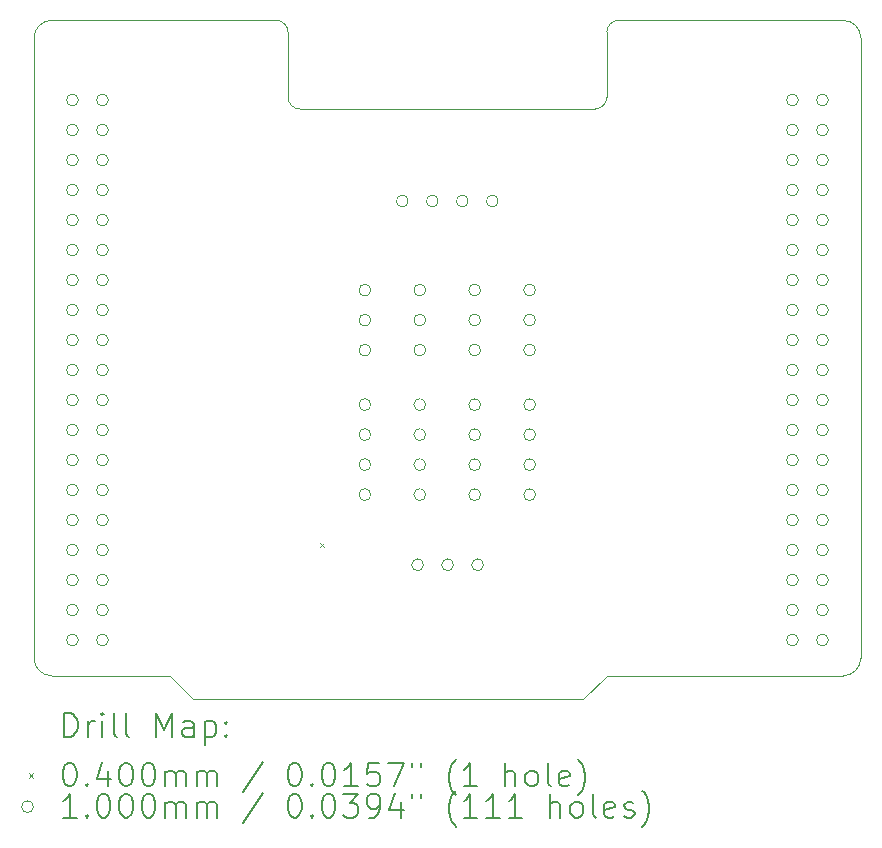
<source format=gbr>
%TF.GenerationSoftware,KiCad,Pcbnew,7.0.11+1*%
%TF.CreationDate,2024-05-20T11:12:56+02:00*%
%TF.ProjectId,pcb_shield,7063625f-7368-4696-956c-642e6b696361,rev?*%
%TF.SameCoordinates,Original*%
%TF.FileFunction,Drillmap*%
%TF.FilePolarity,Positive*%
%FSLAX45Y45*%
G04 Gerber Fmt 4.5, Leading zero omitted, Abs format (unit mm)*
G04 Created by KiCad (PCBNEW 7.0.11+1) date 2024-05-20 11:12:56*
%MOMM*%
%LPD*%
G01*
G04 APERTURE LIST*
%ADD10C,0.100000*%
%ADD11C,0.200000*%
G04 APERTURE END LIST*
D10*
X15100000Y-5550000D02*
X17000000Y-5550000D01*
X14800000Y-11300000D02*
X15000000Y-11100000D01*
X10300000Y-5550000D02*
G75*
G03*
X10150000Y-5700000I0J-150000D01*
G01*
X15000000Y-6200000D02*
X15000000Y-5650000D01*
X12300000Y-5650000D02*
G75*
G03*
X12200000Y-5550000I-100000J0D01*
G01*
X10150000Y-10950000D02*
G75*
G03*
X10300000Y-11100000I150000J0D01*
G01*
X15100000Y-5550000D02*
G75*
G03*
X15000000Y-5650000I0J-100000D01*
G01*
X17000000Y-11100000D02*
G75*
G03*
X17150000Y-10950000I0J150000D01*
G01*
X12300000Y-5650000D02*
X12300000Y-6200000D01*
X14900000Y-6300000D02*
G75*
G03*
X15000000Y-6200000I0J100000D01*
G01*
X17150000Y-5700000D02*
X17150000Y-10950000D01*
X11500000Y-11300000D02*
X14800000Y-11300000D01*
X17150000Y-5700000D02*
G75*
G03*
X17000000Y-5550000I-150000J0D01*
G01*
X11300000Y-11100000D02*
X11500000Y-11300000D01*
X12300000Y-6200000D02*
G75*
G03*
X12400000Y-6300000I100000J0D01*
G01*
X10300000Y-5550000D02*
X12200000Y-5550000D01*
X10150000Y-5700000D02*
X10150000Y-10950000D01*
X12400000Y-6300000D02*
X14900000Y-6300000D01*
X10300000Y-11100000D02*
X11300000Y-11100000D01*
X15000000Y-11100000D02*
X17000000Y-11100000D01*
D11*
D10*
X12568250Y-9973120D02*
X12608250Y-10013120D01*
X12608250Y-9973120D02*
X12568250Y-10013120D01*
X10525000Y-6224000D02*
G75*
G03*
X10425000Y-6224000I-50000J0D01*
G01*
X10425000Y-6224000D02*
G75*
G03*
X10525000Y-6224000I50000J0D01*
G01*
X10525000Y-6478000D02*
G75*
G03*
X10425000Y-6478000I-50000J0D01*
G01*
X10425000Y-6478000D02*
G75*
G03*
X10525000Y-6478000I50000J0D01*
G01*
X10525000Y-6732000D02*
G75*
G03*
X10425000Y-6732000I-50000J0D01*
G01*
X10425000Y-6732000D02*
G75*
G03*
X10525000Y-6732000I50000J0D01*
G01*
X10525000Y-6986000D02*
G75*
G03*
X10425000Y-6986000I-50000J0D01*
G01*
X10425000Y-6986000D02*
G75*
G03*
X10525000Y-6986000I50000J0D01*
G01*
X10525000Y-7240000D02*
G75*
G03*
X10425000Y-7240000I-50000J0D01*
G01*
X10425000Y-7240000D02*
G75*
G03*
X10525000Y-7240000I50000J0D01*
G01*
X10525000Y-7494000D02*
G75*
G03*
X10425000Y-7494000I-50000J0D01*
G01*
X10425000Y-7494000D02*
G75*
G03*
X10525000Y-7494000I50000J0D01*
G01*
X10525000Y-7748000D02*
G75*
G03*
X10425000Y-7748000I-50000J0D01*
G01*
X10425000Y-7748000D02*
G75*
G03*
X10525000Y-7748000I50000J0D01*
G01*
X10525000Y-8002000D02*
G75*
G03*
X10425000Y-8002000I-50000J0D01*
G01*
X10425000Y-8002000D02*
G75*
G03*
X10525000Y-8002000I50000J0D01*
G01*
X10525000Y-8256000D02*
G75*
G03*
X10425000Y-8256000I-50000J0D01*
G01*
X10425000Y-8256000D02*
G75*
G03*
X10525000Y-8256000I50000J0D01*
G01*
X10525000Y-8510000D02*
G75*
G03*
X10425000Y-8510000I-50000J0D01*
G01*
X10425000Y-8510000D02*
G75*
G03*
X10525000Y-8510000I50000J0D01*
G01*
X10525000Y-8764000D02*
G75*
G03*
X10425000Y-8764000I-50000J0D01*
G01*
X10425000Y-8764000D02*
G75*
G03*
X10525000Y-8764000I50000J0D01*
G01*
X10525000Y-9018000D02*
G75*
G03*
X10425000Y-9018000I-50000J0D01*
G01*
X10425000Y-9018000D02*
G75*
G03*
X10525000Y-9018000I50000J0D01*
G01*
X10525000Y-9272000D02*
G75*
G03*
X10425000Y-9272000I-50000J0D01*
G01*
X10425000Y-9272000D02*
G75*
G03*
X10525000Y-9272000I50000J0D01*
G01*
X10525000Y-9526000D02*
G75*
G03*
X10425000Y-9526000I-50000J0D01*
G01*
X10425000Y-9526000D02*
G75*
G03*
X10525000Y-9526000I50000J0D01*
G01*
X10525000Y-9780000D02*
G75*
G03*
X10425000Y-9780000I-50000J0D01*
G01*
X10425000Y-9780000D02*
G75*
G03*
X10525000Y-9780000I50000J0D01*
G01*
X10525000Y-10034000D02*
G75*
G03*
X10425000Y-10034000I-50000J0D01*
G01*
X10425000Y-10034000D02*
G75*
G03*
X10525000Y-10034000I50000J0D01*
G01*
X10525000Y-10288000D02*
G75*
G03*
X10425000Y-10288000I-50000J0D01*
G01*
X10425000Y-10288000D02*
G75*
G03*
X10525000Y-10288000I50000J0D01*
G01*
X10525000Y-10542000D02*
G75*
G03*
X10425000Y-10542000I-50000J0D01*
G01*
X10425000Y-10542000D02*
G75*
G03*
X10525000Y-10542000I50000J0D01*
G01*
X10525000Y-10796000D02*
G75*
G03*
X10425000Y-10796000I-50000J0D01*
G01*
X10425000Y-10796000D02*
G75*
G03*
X10525000Y-10796000I50000J0D01*
G01*
X10779000Y-6224000D02*
G75*
G03*
X10679000Y-6224000I-50000J0D01*
G01*
X10679000Y-6224000D02*
G75*
G03*
X10779000Y-6224000I50000J0D01*
G01*
X10779000Y-6478000D02*
G75*
G03*
X10679000Y-6478000I-50000J0D01*
G01*
X10679000Y-6478000D02*
G75*
G03*
X10779000Y-6478000I50000J0D01*
G01*
X10779000Y-6732000D02*
G75*
G03*
X10679000Y-6732000I-50000J0D01*
G01*
X10679000Y-6732000D02*
G75*
G03*
X10779000Y-6732000I50000J0D01*
G01*
X10779000Y-6986000D02*
G75*
G03*
X10679000Y-6986000I-50000J0D01*
G01*
X10679000Y-6986000D02*
G75*
G03*
X10779000Y-6986000I50000J0D01*
G01*
X10779000Y-7240000D02*
G75*
G03*
X10679000Y-7240000I-50000J0D01*
G01*
X10679000Y-7240000D02*
G75*
G03*
X10779000Y-7240000I50000J0D01*
G01*
X10779000Y-7494000D02*
G75*
G03*
X10679000Y-7494000I-50000J0D01*
G01*
X10679000Y-7494000D02*
G75*
G03*
X10779000Y-7494000I50000J0D01*
G01*
X10779000Y-7748000D02*
G75*
G03*
X10679000Y-7748000I-50000J0D01*
G01*
X10679000Y-7748000D02*
G75*
G03*
X10779000Y-7748000I50000J0D01*
G01*
X10779000Y-8002000D02*
G75*
G03*
X10679000Y-8002000I-50000J0D01*
G01*
X10679000Y-8002000D02*
G75*
G03*
X10779000Y-8002000I50000J0D01*
G01*
X10779000Y-8256000D02*
G75*
G03*
X10679000Y-8256000I-50000J0D01*
G01*
X10679000Y-8256000D02*
G75*
G03*
X10779000Y-8256000I50000J0D01*
G01*
X10779000Y-8510000D02*
G75*
G03*
X10679000Y-8510000I-50000J0D01*
G01*
X10679000Y-8510000D02*
G75*
G03*
X10779000Y-8510000I50000J0D01*
G01*
X10779000Y-8764000D02*
G75*
G03*
X10679000Y-8764000I-50000J0D01*
G01*
X10679000Y-8764000D02*
G75*
G03*
X10779000Y-8764000I50000J0D01*
G01*
X10779000Y-9018000D02*
G75*
G03*
X10679000Y-9018000I-50000J0D01*
G01*
X10679000Y-9018000D02*
G75*
G03*
X10779000Y-9018000I50000J0D01*
G01*
X10779000Y-9272000D02*
G75*
G03*
X10679000Y-9272000I-50000J0D01*
G01*
X10679000Y-9272000D02*
G75*
G03*
X10779000Y-9272000I50000J0D01*
G01*
X10779000Y-9526000D02*
G75*
G03*
X10679000Y-9526000I-50000J0D01*
G01*
X10679000Y-9526000D02*
G75*
G03*
X10779000Y-9526000I50000J0D01*
G01*
X10779000Y-9780000D02*
G75*
G03*
X10679000Y-9780000I-50000J0D01*
G01*
X10679000Y-9780000D02*
G75*
G03*
X10779000Y-9780000I50000J0D01*
G01*
X10779000Y-10034000D02*
G75*
G03*
X10679000Y-10034000I-50000J0D01*
G01*
X10679000Y-10034000D02*
G75*
G03*
X10779000Y-10034000I50000J0D01*
G01*
X10779000Y-10288000D02*
G75*
G03*
X10679000Y-10288000I-50000J0D01*
G01*
X10679000Y-10288000D02*
G75*
G03*
X10779000Y-10288000I50000J0D01*
G01*
X10779000Y-10542000D02*
G75*
G03*
X10679000Y-10542000I-50000J0D01*
G01*
X10679000Y-10542000D02*
G75*
G03*
X10779000Y-10542000I50000J0D01*
G01*
X10779000Y-10796000D02*
G75*
G03*
X10679000Y-10796000I-50000J0D01*
G01*
X10679000Y-10796000D02*
G75*
G03*
X10779000Y-10796000I50000J0D01*
G01*
X13001310Y-7834000D02*
G75*
G03*
X12901310Y-7834000I-50000J0D01*
G01*
X12901310Y-7834000D02*
G75*
G03*
X13001310Y-7834000I50000J0D01*
G01*
X13001310Y-8088000D02*
G75*
G03*
X12901310Y-8088000I-50000J0D01*
G01*
X12901310Y-8088000D02*
G75*
G03*
X13001310Y-8088000I50000J0D01*
G01*
X13001310Y-8342000D02*
G75*
G03*
X12901310Y-8342000I-50000J0D01*
G01*
X12901310Y-8342000D02*
G75*
G03*
X13001310Y-8342000I50000J0D01*
G01*
X13001310Y-8804000D02*
G75*
G03*
X12901310Y-8804000I-50000J0D01*
G01*
X12901310Y-8804000D02*
G75*
G03*
X13001310Y-8804000I50000J0D01*
G01*
X13001310Y-9058000D02*
G75*
G03*
X12901310Y-9058000I-50000J0D01*
G01*
X12901310Y-9058000D02*
G75*
G03*
X13001310Y-9058000I50000J0D01*
G01*
X13001310Y-9312000D02*
G75*
G03*
X12901310Y-9312000I-50000J0D01*
G01*
X12901310Y-9312000D02*
G75*
G03*
X13001310Y-9312000I50000J0D01*
G01*
X13001310Y-9566000D02*
G75*
G03*
X12901310Y-9566000I-50000J0D01*
G01*
X12901310Y-9566000D02*
G75*
G03*
X13001310Y-9566000I50000J0D01*
G01*
X13318000Y-7080000D02*
G75*
G03*
X13218000Y-7080000I-50000J0D01*
G01*
X13218000Y-7080000D02*
G75*
G03*
X13318000Y-7080000I50000J0D01*
G01*
X13447500Y-10160000D02*
G75*
G03*
X13347500Y-10160000I-50000J0D01*
G01*
X13347500Y-10160000D02*
G75*
G03*
X13447500Y-10160000I50000J0D01*
G01*
X13466310Y-7834000D02*
G75*
G03*
X13366310Y-7834000I-50000J0D01*
G01*
X13366310Y-7834000D02*
G75*
G03*
X13466310Y-7834000I50000J0D01*
G01*
X13466310Y-8088000D02*
G75*
G03*
X13366310Y-8088000I-50000J0D01*
G01*
X13366310Y-8088000D02*
G75*
G03*
X13466310Y-8088000I50000J0D01*
G01*
X13466310Y-8342000D02*
G75*
G03*
X13366310Y-8342000I-50000J0D01*
G01*
X13366310Y-8342000D02*
G75*
G03*
X13466310Y-8342000I50000J0D01*
G01*
X13466310Y-8804000D02*
G75*
G03*
X13366310Y-8804000I-50000J0D01*
G01*
X13366310Y-8804000D02*
G75*
G03*
X13466310Y-8804000I50000J0D01*
G01*
X13466310Y-9058000D02*
G75*
G03*
X13366310Y-9058000I-50000J0D01*
G01*
X13366310Y-9058000D02*
G75*
G03*
X13466310Y-9058000I50000J0D01*
G01*
X13466310Y-9312000D02*
G75*
G03*
X13366310Y-9312000I-50000J0D01*
G01*
X13366310Y-9312000D02*
G75*
G03*
X13466310Y-9312000I50000J0D01*
G01*
X13466310Y-9566000D02*
G75*
G03*
X13366310Y-9566000I-50000J0D01*
G01*
X13366310Y-9566000D02*
G75*
G03*
X13466310Y-9566000I50000J0D01*
G01*
X13572000Y-7080000D02*
G75*
G03*
X13472000Y-7080000I-50000J0D01*
G01*
X13472000Y-7080000D02*
G75*
G03*
X13572000Y-7080000I50000J0D01*
G01*
X13701500Y-10160000D02*
G75*
G03*
X13601500Y-10160000I-50000J0D01*
G01*
X13601500Y-10160000D02*
G75*
G03*
X13701500Y-10160000I50000J0D01*
G01*
X13826000Y-7080000D02*
G75*
G03*
X13726000Y-7080000I-50000J0D01*
G01*
X13726000Y-7080000D02*
G75*
G03*
X13826000Y-7080000I50000J0D01*
G01*
X13931310Y-7834000D02*
G75*
G03*
X13831310Y-7834000I-50000J0D01*
G01*
X13831310Y-7834000D02*
G75*
G03*
X13931310Y-7834000I50000J0D01*
G01*
X13931310Y-8088000D02*
G75*
G03*
X13831310Y-8088000I-50000J0D01*
G01*
X13831310Y-8088000D02*
G75*
G03*
X13931310Y-8088000I50000J0D01*
G01*
X13931310Y-8342000D02*
G75*
G03*
X13831310Y-8342000I-50000J0D01*
G01*
X13831310Y-8342000D02*
G75*
G03*
X13931310Y-8342000I50000J0D01*
G01*
X13931310Y-8804000D02*
G75*
G03*
X13831310Y-8804000I-50000J0D01*
G01*
X13831310Y-8804000D02*
G75*
G03*
X13931310Y-8804000I50000J0D01*
G01*
X13931310Y-9058000D02*
G75*
G03*
X13831310Y-9058000I-50000J0D01*
G01*
X13831310Y-9058000D02*
G75*
G03*
X13931310Y-9058000I50000J0D01*
G01*
X13931310Y-9312000D02*
G75*
G03*
X13831310Y-9312000I-50000J0D01*
G01*
X13831310Y-9312000D02*
G75*
G03*
X13931310Y-9312000I50000J0D01*
G01*
X13931310Y-9566000D02*
G75*
G03*
X13831310Y-9566000I-50000J0D01*
G01*
X13831310Y-9566000D02*
G75*
G03*
X13931310Y-9566000I50000J0D01*
G01*
X13955500Y-10160000D02*
G75*
G03*
X13855500Y-10160000I-50000J0D01*
G01*
X13855500Y-10160000D02*
G75*
G03*
X13955500Y-10160000I50000J0D01*
G01*
X14080000Y-7080000D02*
G75*
G03*
X13980000Y-7080000I-50000J0D01*
G01*
X13980000Y-7080000D02*
G75*
G03*
X14080000Y-7080000I50000J0D01*
G01*
X14396310Y-7834000D02*
G75*
G03*
X14296310Y-7834000I-50000J0D01*
G01*
X14296310Y-7834000D02*
G75*
G03*
X14396310Y-7834000I50000J0D01*
G01*
X14396310Y-8088000D02*
G75*
G03*
X14296310Y-8088000I-50000J0D01*
G01*
X14296310Y-8088000D02*
G75*
G03*
X14396310Y-8088000I50000J0D01*
G01*
X14396310Y-8342000D02*
G75*
G03*
X14296310Y-8342000I-50000J0D01*
G01*
X14296310Y-8342000D02*
G75*
G03*
X14396310Y-8342000I50000J0D01*
G01*
X14396310Y-8804000D02*
G75*
G03*
X14296310Y-8804000I-50000J0D01*
G01*
X14296310Y-8804000D02*
G75*
G03*
X14396310Y-8804000I50000J0D01*
G01*
X14396310Y-9058000D02*
G75*
G03*
X14296310Y-9058000I-50000J0D01*
G01*
X14296310Y-9058000D02*
G75*
G03*
X14396310Y-9058000I50000J0D01*
G01*
X14396310Y-9312000D02*
G75*
G03*
X14296310Y-9312000I-50000J0D01*
G01*
X14296310Y-9312000D02*
G75*
G03*
X14396310Y-9312000I50000J0D01*
G01*
X14396310Y-9566000D02*
G75*
G03*
X14296310Y-9566000I-50000J0D01*
G01*
X14296310Y-9566000D02*
G75*
G03*
X14396310Y-9566000I50000J0D01*
G01*
X16621000Y-6224000D02*
G75*
G03*
X16521000Y-6224000I-50000J0D01*
G01*
X16521000Y-6224000D02*
G75*
G03*
X16621000Y-6224000I50000J0D01*
G01*
X16621000Y-6478000D02*
G75*
G03*
X16521000Y-6478000I-50000J0D01*
G01*
X16521000Y-6478000D02*
G75*
G03*
X16621000Y-6478000I50000J0D01*
G01*
X16621000Y-6732000D02*
G75*
G03*
X16521000Y-6732000I-50000J0D01*
G01*
X16521000Y-6732000D02*
G75*
G03*
X16621000Y-6732000I50000J0D01*
G01*
X16621000Y-6986000D02*
G75*
G03*
X16521000Y-6986000I-50000J0D01*
G01*
X16521000Y-6986000D02*
G75*
G03*
X16621000Y-6986000I50000J0D01*
G01*
X16621000Y-7240000D02*
G75*
G03*
X16521000Y-7240000I-50000J0D01*
G01*
X16521000Y-7240000D02*
G75*
G03*
X16621000Y-7240000I50000J0D01*
G01*
X16621000Y-7494000D02*
G75*
G03*
X16521000Y-7494000I-50000J0D01*
G01*
X16521000Y-7494000D02*
G75*
G03*
X16621000Y-7494000I50000J0D01*
G01*
X16621000Y-7748000D02*
G75*
G03*
X16521000Y-7748000I-50000J0D01*
G01*
X16521000Y-7748000D02*
G75*
G03*
X16621000Y-7748000I50000J0D01*
G01*
X16621000Y-8002000D02*
G75*
G03*
X16521000Y-8002000I-50000J0D01*
G01*
X16521000Y-8002000D02*
G75*
G03*
X16621000Y-8002000I50000J0D01*
G01*
X16621000Y-8256000D02*
G75*
G03*
X16521000Y-8256000I-50000J0D01*
G01*
X16521000Y-8256000D02*
G75*
G03*
X16621000Y-8256000I50000J0D01*
G01*
X16621000Y-8510000D02*
G75*
G03*
X16521000Y-8510000I-50000J0D01*
G01*
X16521000Y-8510000D02*
G75*
G03*
X16621000Y-8510000I50000J0D01*
G01*
X16621000Y-8764000D02*
G75*
G03*
X16521000Y-8764000I-50000J0D01*
G01*
X16521000Y-8764000D02*
G75*
G03*
X16621000Y-8764000I50000J0D01*
G01*
X16621000Y-9018000D02*
G75*
G03*
X16521000Y-9018000I-50000J0D01*
G01*
X16521000Y-9018000D02*
G75*
G03*
X16621000Y-9018000I50000J0D01*
G01*
X16621000Y-9272000D02*
G75*
G03*
X16521000Y-9272000I-50000J0D01*
G01*
X16521000Y-9272000D02*
G75*
G03*
X16621000Y-9272000I50000J0D01*
G01*
X16621000Y-9526000D02*
G75*
G03*
X16521000Y-9526000I-50000J0D01*
G01*
X16521000Y-9526000D02*
G75*
G03*
X16621000Y-9526000I50000J0D01*
G01*
X16621000Y-9780000D02*
G75*
G03*
X16521000Y-9780000I-50000J0D01*
G01*
X16521000Y-9780000D02*
G75*
G03*
X16621000Y-9780000I50000J0D01*
G01*
X16621000Y-10034000D02*
G75*
G03*
X16521000Y-10034000I-50000J0D01*
G01*
X16521000Y-10034000D02*
G75*
G03*
X16621000Y-10034000I50000J0D01*
G01*
X16621000Y-10288000D02*
G75*
G03*
X16521000Y-10288000I-50000J0D01*
G01*
X16521000Y-10288000D02*
G75*
G03*
X16621000Y-10288000I50000J0D01*
G01*
X16621000Y-10542000D02*
G75*
G03*
X16521000Y-10542000I-50000J0D01*
G01*
X16521000Y-10542000D02*
G75*
G03*
X16621000Y-10542000I50000J0D01*
G01*
X16621000Y-10796000D02*
G75*
G03*
X16521000Y-10796000I-50000J0D01*
G01*
X16521000Y-10796000D02*
G75*
G03*
X16621000Y-10796000I50000J0D01*
G01*
X16875000Y-6224000D02*
G75*
G03*
X16775000Y-6224000I-50000J0D01*
G01*
X16775000Y-6224000D02*
G75*
G03*
X16875000Y-6224000I50000J0D01*
G01*
X16875000Y-6478000D02*
G75*
G03*
X16775000Y-6478000I-50000J0D01*
G01*
X16775000Y-6478000D02*
G75*
G03*
X16875000Y-6478000I50000J0D01*
G01*
X16875000Y-6732000D02*
G75*
G03*
X16775000Y-6732000I-50000J0D01*
G01*
X16775000Y-6732000D02*
G75*
G03*
X16875000Y-6732000I50000J0D01*
G01*
X16875000Y-6986000D02*
G75*
G03*
X16775000Y-6986000I-50000J0D01*
G01*
X16775000Y-6986000D02*
G75*
G03*
X16875000Y-6986000I50000J0D01*
G01*
X16875000Y-7240000D02*
G75*
G03*
X16775000Y-7240000I-50000J0D01*
G01*
X16775000Y-7240000D02*
G75*
G03*
X16875000Y-7240000I50000J0D01*
G01*
X16875000Y-7494000D02*
G75*
G03*
X16775000Y-7494000I-50000J0D01*
G01*
X16775000Y-7494000D02*
G75*
G03*
X16875000Y-7494000I50000J0D01*
G01*
X16875000Y-7748000D02*
G75*
G03*
X16775000Y-7748000I-50000J0D01*
G01*
X16775000Y-7748000D02*
G75*
G03*
X16875000Y-7748000I50000J0D01*
G01*
X16875000Y-8002000D02*
G75*
G03*
X16775000Y-8002000I-50000J0D01*
G01*
X16775000Y-8002000D02*
G75*
G03*
X16875000Y-8002000I50000J0D01*
G01*
X16875000Y-8256000D02*
G75*
G03*
X16775000Y-8256000I-50000J0D01*
G01*
X16775000Y-8256000D02*
G75*
G03*
X16875000Y-8256000I50000J0D01*
G01*
X16875000Y-8510000D02*
G75*
G03*
X16775000Y-8510000I-50000J0D01*
G01*
X16775000Y-8510000D02*
G75*
G03*
X16875000Y-8510000I50000J0D01*
G01*
X16875000Y-8764000D02*
G75*
G03*
X16775000Y-8764000I-50000J0D01*
G01*
X16775000Y-8764000D02*
G75*
G03*
X16875000Y-8764000I50000J0D01*
G01*
X16875000Y-9018000D02*
G75*
G03*
X16775000Y-9018000I-50000J0D01*
G01*
X16775000Y-9018000D02*
G75*
G03*
X16875000Y-9018000I50000J0D01*
G01*
X16875000Y-9272000D02*
G75*
G03*
X16775000Y-9272000I-50000J0D01*
G01*
X16775000Y-9272000D02*
G75*
G03*
X16875000Y-9272000I50000J0D01*
G01*
X16875000Y-9526000D02*
G75*
G03*
X16775000Y-9526000I-50000J0D01*
G01*
X16775000Y-9526000D02*
G75*
G03*
X16875000Y-9526000I50000J0D01*
G01*
X16875000Y-9780000D02*
G75*
G03*
X16775000Y-9780000I-50000J0D01*
G01*
X16775000Y-9780000D02*
G75*
G03*
X16875000Y-9780000I50000J0D01*
G01*
X16875000Y-10034000D02*
G75*
G03*
X16775000Y-10034000I-50000J0D01*
G01*
X16775000Y-10034000D02*
G75*
G03*
X16875000Y-10034000I50000J0D01*
G01*
X16875000Y-10288000D02*
G75*
G03*
X16775000Y-10288000I-50000J0D01*
G01*
X16775000Y-10288000D02*
G75*
G03*
X16875000Y-10288000I50000J0D01*
G01*
X16875000Y-10542000D02*
G75*
G03*
X16775000Y-10542000I-50000J0D01*
G01*
X16775000Y-10542000D02*
G75*
G03*
X16875000Y-10542000I50000J0D01*
G01*
X16875000Y-10796000D02*
G75*
G03*
X16775000Y-10796000I-50000J0D01*
G01*
X16775000Y-10796000D02*
G75*
G03*
X16875000Y-10796000I50000J0D01*
G01*
D11*
X10405777Y-11616484D02*
X10405777Y-11416484D01*
X10405777Y-11416484D02*
X10453396Y-11416484D01*
X10453396Y-11416484D02*
X10481967Y-11426008D01*
X10481967Y-11426008D02*
X10501015Y-11445055D01*
X10501015Y-11445055D02*
X10510539Y-11464103D01*
X10510539Y-11464103D02*
X10520063Y-11502198D01*
X10520063Y-11502198D02*
X10520063Y-11530769D01*
X10520063Y-11530769D02*
X10510539Y-11568865D01*
X10510539Y-11568865D02*
X10501015Y-11587912D01*
X10501015Y-11587912D02*
X10481967Y-11606960D01*
X10481967Y-11606960D02*
X10453396Y-11616484D01*
X10453396Y-11616484D02*
X10405777Y-11616484D01*
X10605777Y-11616484D02*
X10605777Y-11483150D01*
X10605777Y-11521246D02*
X10615301Y-11502198D01*
X10615301Y-11502198D02*
X10624824Y-11492674D01*
X10624824Y-11492674D02*
X10643872Y-11483150D01*
X10643872Y-11483150D02*
X10662920Y-11483150D01*
X10729586Y-11616484D02*
X10729586Y-11483150D01*
X10729586Y-11416484D02*
X10720063Y-11426008D01*
X10720063Y-11426008D02*
X10729586Y-11435531D01*
X10729586Y-11435531D02*
X10739110Y-11426008D01*
X10739110Y-11426008D02*
X10729586Y-11416484D01*
X10729586Y-11416484D02*
X10729586Y-11435531D01*
X10853396Y-11616484D02*
X10834348Y-11606960D01*
X10834348Y-11606960D02*
X10824824Y-11587912D01*
X10824824Y-11587912D02*
X10824824Y-11416484D01*
X10958158Y-11616484D02*
X10939110Y-11606960D01*
X10939110Y-11606960D02*
X10929586Y-11587912D01*
X10929586Y-11587912D02*
X10929586Y-11416484D01*
X11186729Y-11616484D02*
X11186729Y-11416484D01*
X11186729Y-11416484D02*
X11253396Y-11559341D01*
X11253396Y-11559341D02*
X11320062Y-11416484D01*
X11320062Y-11416484D02*
X11320062Y-11616484D01*
X11501015Y-11616484D02*
X11501015Y-11511722D01*
X11501015Y-11511722D02*
X11491491Y-11492674D01*
X11491491Y-11492674D02*
X11472443Y-11483150D01*
X11472443Y-11483150D02*
X11434348Y-11483150D01*
X11434348Y-11483150D02*
X11415301Y-11492674D01*
X11501015Y-11606960D02*
X11481967Y-11616484D01*
X11481967Y-11616484D02*
X11434348Y-11616484D01*
X11434348Y-11616484D02*
X11415301Y-11606960D01*
X11415301Y-11606960D02*
X11405777Y-11587912D01*
X11405777Y-11587912D02*
X11405777Y-11568865D01*
X11405777Y-11568865D02*
X11415301Y-11549817D01*
X11415301Y-11549817D02*
X11434348Y-11540293D01*
X11434348Y-11540293D02*
X11481967Y-11540293D01*
X11481967Y-11540293D02*
X11501015Y-11530769D01*
X11596253Y-11483150D02*
X11596253Y-11683150D01*
X11596253Y-11492674D02*
X11615301Y-11483150D01*
X11615301Y-11483150D02*
X11653396Y-11483150D01*
X11653396Y-11483150D02*
X11672443Y-11492674D01*
X11672443Y-11492674D02*
X11681967Y-11502198D01*
X11681967Y-11502198D02*
X11691491Y-11521246D01*
X11691491Y-11521246D02*
X11691491Y-11578388D01*
X11691491Y-11578388D02*
X11681967Y-11597436D01*
X11681967Y-11597436D02*
X11672443Y-11606960D01*
X11672443Y-11606960D02*
X11653396Y-11616484D01*
X11653396Y-11616484D02*
X11615301Y-11616484D01*
X11615301Y-11616484D02*
X11596253Y-11606960D01*
X11777205Y-11597436D02*
X11786729Y-11606960D01*
X11786729Y-11606960D02*
X11777205Y-11616484D01*
X11777205Y-11616484D02*
X11767682Y-11606960D01*
X11767682Y-11606960D02*
X11777205Y-11597436D01*
X11777205Y-11597436D02*
X11777205Y-11616484D01*
X11777205Y-11492674D02*
X11786729Y-11502198D01*
X11786729Y-11502198D02*
X11777205Y-11511722D01*
X11777205Y-11511722D02*
X11767682Y-11502198D01*
X11767682Y-11502198D02*
X11777205Y-11492674D01*
X11777205Y-11492674D02*
X11777205Y-11511722D01*
D10*
X10105000Y-11925000D02*
X10145000Y-11965000D01*
X10145000Y-11925000D02*
X10105000Y-11965000D01*
D11*
X10443872Y-11836484D02*
X10462920Y-11836484D01*
X10462920Y-11836484D02*
X10481967Y-11846008D01*
X10481967Y-11846008D02*
X10491491Y-11855531D01*
X10491491Y-11855531D02*
X10501015Y-11874579D01*
X10501015Y-11874579D02*
X10510539Y-11912674D01*
X10510539Y-11912674D02*
X10510539Y-11960293D01*
X10510539Y-11960293D02*
X10501015Y-11998388D01*
X10501015Y-11998388D02*
X10491491Y-12017436D01*
X10491491Y-12017436D02*
X10481967Y-12026960D01*
X10481967Y-12026960D02*
X10462920Y-12036484D01*
X10462920Y-12036484D02*
X10443872Y-12036484D01*
X10443872Y-12036484D02*
X10424824Y-12026960D01*
X10424824Y-12026960D02*
X10415301Y-12017436D01*
X10415301Y-12017436D02*
X10405777Y-11998388D01*
X10405777Y-11998388D02*
X10396253Y-11960293D01*
X10396253Y-11960293D02*
X10396253Y-11912674D01*
X10396253Y-11912674D02*
X10405777Y-11874579D01*
X10405777Y-11874579D02*
X10415301Y-11855531D01*
X10415301Y-11855531D02*
X10424824Y-11846008D01*
X10424824Y-11846008D02*
X10443872Y-11836484D01*
X10596253Y-12017436D02*
X10605777Y-12026960D01*
X10605777Y-12026960D02*
X10596253Y-12036484D01*
X10596253Y-12036484D02*
X10586729Y-12026960D01*
X10586729Y-12026960D02*
X10596253Y-12017436D01*
X10596253Y-12017436D02*
X10596253Y-12036484D01*
X10777205Y-11903150D02*
X10777205Y-12036484D01*
X10729586Y-11826960D02*
X10681967Y-11969817D01*
X10681967Y-11969817D02*
X10805777Y-11969817D01*
X10920063Y-11836484D02*
X10939110Y-11836484D01*
X10939110Y-11836484D02*
X10958158Y-11846008D01*
X10958158Y-11846008D02*
X10967682Y-11855531D01*
X10967682Y-11855531D02*
X10977205Y-11874579D01*
X10977205Y-11874579D02*
X10986729Y-11912674D01*
X10986729Y-11912674D02*
X10986729Y-11960293D01*
X10986729Y-11960293D02*
X10977205Y-11998388D01*
X10977205Y-11998388D02*
X10967682Y-12017436D01*
X10967682Y-12017436D02*
X10958158Y-12026960D01*
X10958158Y-12026960D02*
X10939110Y-12036484D01*
X10939110Y-12036484D02*
X10920063Y-12036484D01*
X10920063Y-12036484D02*
X10901015Y-12026960D01*
X10901015Y-12026960D02*
X10891491Y-12017436D01*
X10891491Y-12017436D02*
X10881967Y-11998388D01*
X10881967Y-11998388D02*
X10872444Y-11960293D01*
X10872444Y-11960293D02*
X10872444Y-11912674D01*
X10872444Y-11912674D02*
X10881967Y-11874579D01*
X10881967Y-11874579D02*
X10891491Y-11855531D01*
X10891491Y-11855531D02*
X10901015Y-11846008D01*
X10901015Y-11846008D02*
X10920063Y-11836484D01*
X11110539Y-11836484D02*
X11129586Y-11836484D01*
X11129586Y-11836484D02*
X11148634Y-11846008D01*
X11148634Y-11846008D02*
X11158158Y-11855531D01*
X11158158Y-11855531D02*
X11167682Y-11874579D01*
X11167682Y-11874579D02*
X11177205Y-11912674D01*
X11177205Y-11912674D02*
X11177205Y-11960293D01*
X11177205Y-11960293D02*
X11167682Y-11998388D01*
X11167682Y-11998388D02*
X11158158Y-12017436D01*
X11158158Y-12017436D02*
X11148634Y-12026960D01*
X11148634Y-12026960D02*
X11129586Y-12036484D01*
X11129586Y-12036484D02*
X11110539Y-12036484D01*
X11110539Y-12036484D02*
X11091491Y-12026960D01*
X11091491Y-12026960D02*
X11081967Y-12017436D01*
X11081967Y-12017436D02*
X11072444Y-11998388D01*
X11072444Y-11998388D02*
X11062920Y-11960293D01*
X11062920Y-11960293D02*
X11062920Y-11912674D01*
X11062920Y-11912674D02*
X11072444Y-11874579D01*
X11072444Y-11874579D02*
X11081967Y-11855531D01*
X11081967Y-11855531D02*
X11091491Y-11846008D01*
X11091491Y-11846008D02*
X11110539Y-11836484D01*
X11262920Y-12036484D02*
X11262920Y-11903150D01*
X11262920Y-11922198D02*
X11272443Y-11912674D01*
X11272443Y-11912674D02*
X11291491Y-11903150D01*
X11291491Y-11903150D02*
X11320063Y-11903150D01*
X11320063Y-11903150D02*
X11339110Y-11912674D01*
X11339110Y-11912674D02*
X11348634Y-11931722D01*
X11348634Y-11931722D02*
X11348634Y-12036484D01*
X11348634Y-11931722D02*
X11358158Y-11912674D01*
X11358158Y-11912674D02*
X11377205Y-11903150D01*
X11377205Y-11903150D02*
X11405777Y-11903150D01*
X11405777Y-11903150D02*
X11424824Y-11912674D01*
X11424824Y-11912674D02*
X11434348Y-11931722D01*
X11434348Y-11931722D02*
X11434348Y-12036484D01*
X11529586Y-12036484D02*
X11529586Y-11903150D01*
X11529586Y-11922198D02*
X11539110Y-11912674D01*
X11539110Y-11912674D02*
X11558158Y-11903150D01*
X11558158Y-11903150D02*
X11586729Y-11903150D01*
X11586729Y-11903150D02*
X11605777Y-11912674D01*
X11605777Y-11912674D02*
X11615301Y-11931722D01*
X11615301Y-11931722D02*
X11615301Y-12036484D01*
X11615301Y-11931722D02*
X11624824Y-11912674D01*
X11624824Y-11912674D02*
X11643872Y-11903150D01*
X11643872Y-11903150D02*
X11672443Y-11903150D01*
X11672443Y-11903150D02*
X11691491Y-11912674D01*
X11691491Y-11912674D02*
X11701015Y-11931722D01*
X11701015Y-11931722D02*
X11701015Y-12036484D01*
X12091491Y-11826960D02*
X11920063Y-12084103D01*
X12348634Y-11836484D02*
X12367682Y-11836484D01*
X12367682Y-11836484D02*
X12386729Y-11846008D01*
X12386729Y-11846008D02*
X12396253Y-11855531D01*
X12396253Y-11855531D02*
X12405777Y-11874579D01*
X12405777Y-11874579D02*
X12415301Y-11912674D01*
X12415301Y-11912674D02*
X12415301Y-11960293D01*
X12415301Y-11960293D02*
X12405777Y-11998388D01*
X12405777Y-11998388D02*
X12396253Y-12017436D01*
X12396253Y-12017436D02*
X12386729Y-12026960D01*
X12386729Y-12026960D02*
X12367682Y-12036484D01*
X12367682Y-12036484D02*
X12348634Y-12036484D01*
X12348634Y-12036484D02*
X12329586Y-12026960D01*
X12329586Y-12026960D02*
X12320063Y-12017436D01*
X12320063Y-12017436D02*
X12310539Y-11998388D01*
X12310539Y-11998388D02*
X12301015Y-11960293D01*
X12301015Y-11960293D02*
X12301015Y-11912674D01*
X12301015Y-11912674D02*
X12310539Y-11874579D01*
X12310539Y-11874579D02*
X12320063Y-11855531D01*
X12320063Y-11855531D02*
X12329586Y-11846008D01*
X12329586Y-11846008D02*
X12348634Y-11836484D01*
X12501015Y-12017436D02*
X12510539Y-12026960D01*
X12510539Y-12026960D02*
X12501015Y-12036484D01*
X12501015Y-12036484D02*
X12491491Y-12026960D01*
X12491491Y-12026960D02*
X12501015Y-12017436D01*
X12501015Y-12017436D02*
X12501015Y-12036484D01*
X12634348Y-11836484D02*
X12653396Y-11836484D01*
X12653396Y-11836484D02*
X12672444Y-11846008D01*
X12672444Y-11846008D02*
X12681967Y-11855531D01*
X12681967Y-11855531D02*
X12691491Y-11874579D01*
X12691491Y-11874579D02*
X12701015Y-11912674D01*
X12701015Y-11912674D02*
X12701015Y-11960293D01*
X12701015Y-11960293D02*
X12691491Y-11998388D01*
X12691491Y-11998388D02*
X12681967Y-12017436D01*
X12681967Y-12017436D02*
X12672444Y-12026960D01*
X12672444Y-12026960D02*
X12653396Y-12036484D01*
X12653396Y-12036484D02*
X12634348Y-12036484D01*
X12634348Y-12036484D02*
X12615301Y-12026960D01*
X12615301Y-12026960D02*
X12605777Y-12017436D01*
X12605777Y-12017436D02*
X12596253Y-11998388D01*
X12596253Y-11998388D02*
X12586729Y-11960293D01*
X12586729Y-11960293D02*
X12586729Y-11912674D01*
X12586729Y-11912674D02*
X12596253Y-11874579D01*
X12596253Y-11874579D02*
X12605777Y-11855531D01*
X12605777Y-11855531D02*
X12615301Y-11846008D01*
X12615301Y-11846008D02*
X12634348Y-11836484D01*
X12891491Y-12036484D02*
X12777206Y-12036484D01*
X12834348Y-12036484D02*
X12834348Y-11836484D01*
X12834348Y-11836484D02*
X12815301Y-11865055D01*
X12815301Y-11865055D02*
X12796253Y-11884103D01*
X12796253Y-11884103D02*
X12777206Y-11893627D01*
X13072444Y-11836484D02*
X12977206Y-11836484D01*
X12977206Y-11836484D02*
X12967682Y-11931722D01*
X12967682Y-11931722D02*
X12977206Y-11922198D01*
X12977206Y-11922198D02*
X12996253Y-11912674D01*
X12996253Y-11912674D02*
X13043872Y-11912674D01*
X13043872Y-11912674D02*
X13062920Y-11922198D01*
X13062920Y-11922198D02*
X13072444Y-11931722D01*
X13072444Y-11931722D02*
X13081967Y-11950769D01*
X13081967Y-11950769D02*
X13081967Y-11998388D01*
X13081967Y-11998388D02*
X13072444Y-12017436D01*
X13072444Y-12017436D02*
X13062920Y-12026960D01*
X13062920Y-12026960D02*
X13043872Y-12036484D01*
X13043872Y-12036484D02*
X12996253Y-12036484D01*
X12996253Y-12036484D02*
X12977206Y-12026960D01*
X12977206Y-12026960D02*
X12967682Y-12017436D01*
X13148634Y-11836484D02*
X13281967Y-11836484D01*
X13281967Y-11836484D02*
X13196253Y-12036484D01*
X13348634Y-11836484D02*
X13348634Y-11874579D01*
X13424825Y-11836484D02*
X13424825Y-11874579D01*
X13720063Y-12112674D02*
X13710539Y-12103150D01*
X13710539Y-12103150D02*
X13691491Y-12074579D01*
X13691491Y-12074579D02*
X13681968Y-12055531D01*
X13681968Y-12055531D02*
X13672444Y-12026960D01*
X13672444Y-12026960D02*
X13662920Y-11979341D01*
X13662920Y-11979341D02*
X13662920Y-11941246D01*
X13662920Y-11941246D02*
X13672444Y-11893627D01*
X13672444Y-11893627D02*
X13681968Y-11865055D01*
X13681968Y-11865055D02*
X13691491Y-11846008D01*
X13691491Y-11846008D02*
X13710539Y-11817436D01*
X13710539Y-11817436D02*
X13720063Y-11807912D01*
X13901015Y-12036484D02*
X13786729Y-12036484D01*
X13843872Y-12036484D02*
X13843872Y-11836484D01*
X13843872Y-11836484D02*
X13824825Y-11865055D01*
X13824825Y-11865055D02*
X13805777Y-11884103D01*
X13805777Y-11884103D02*
X13786729Y-11893627D01*
X14139110Y-12036484D02*
X14139110Y-11836484D01*
X14224825Y-12036484D02*
X14224825Y-11931722D01*
X14224825Y-11931722D02*
X14215301Y-11912674D01*
X14215301Y-11912674D02*
X14196253Y-11903150D01*
X14196253Y-11903150D02*
X14167682Y-11903150D01*
X14167682Y-11903150D02*
X14148634Y-11912674D01*
X14148634Y-11912674D02*
X14139110Y-11922198D01*
X14348634Y-12036484D02*
X14329587Y-12026960D01*
X14329587Y-12026960D02*
X14320063Y-12017436D01*
X14320063Y-12017436D02*
X14310539Y-11998388D01*
X14310539Y-11998388D02*
X14310539Y-11941246D01*
X14310539Y-11941246D02*
X14320063Y-11922198D01*
X14320063Y-11922198D02*
X14329587Y-11912674D01*
X14329587Y-11912674D02*
X14348634Y-11903150D01*
X14348634Y-11903150D02*
X14377206Y-11903150D01*
X14377206Y-11903150D02*
X14396253Y-11912674D01*
X14396253Y-11912674D02*
X14405777Y-11922198D01*
X14405777Y-11922198D02*
X14415301Y-11941246D01*
X14415301Y-11941246D02*
X14415301Y-11998388D01*
X14415301Y-11998388D02*
X14405777Y-12017436D01*
X14405777Y-12017436D02*
X14396253Y-12026960D01*
X14396253Y-12026960D02*
X14377206Y-12036484D01*
X14377206Y-12036484D02*
X14348634Y-12036484D01*
X14529587Y-12036484D02*
X14510539Y-12026960D01*
X14510539Y-12026960D02*
X14501015Y-12007912D01*
X14501015Y-12007912D02*
X14501015Y-11836484D01*
X14681968Y-12026960D02*
X14662920Y-12036484D01*
X14662920Y-12036484D02*
X14624825Y-12036484D01*
X14624825Y-12036484D02*
X14605777Y-12026960D01*
X14605777Y-12026960D02*
X14596253Y-12007912D01*
X14596253Y-12007912D02*
X14596253Y-11931722D01*
X14596253Y-11931722D02*
X14605777Y-11912674D01*
X14605777Y-11912674D02*
X14624825Y-11903150D01*
X14624825Y-11903150D02*
X14662920Y-11903150D01*
X14662920Y-11903150D02*
X14681968Y-11912674D01*
X14681968Y-11912674D02*
X14691491Y-11931722D01*
X14691491Y-11931722D02*
X14691491Y-11950769D01*
X14691491Y-11950769D02*
X14596253Y-11969817D01*
X14758158Y-12112674D02*
X14767682Y-12103150D01*
X14767682Y-12103150D02*
X14786730Y-12074579D01*
X14786730Y-12074579D02*
X14796253Y-12055531D01*
X14796253Y-12055531D02*
X14805777Y-12026960D01*
X14805777Y-12026960D02*
X14815301Y-11979341D01*
X14815301Y-11979341D02*
X14815301Y-11941246D01*
X14815301Y-11941246D02*
X14805777Y-11893627D01*
X14805777Y-11893627D02*
X14796253Y-11865055D01*
X14796253Y-11865055D02*
X14786730Y-11846008D01*
X14786730Y-11846008D02*
X14767682Y-11817436D01*
X14767682Y-11817436D02*
X14758158Y-11807912D01*
D10*
X10145000Y-12209000D02*
G75*
G03*
X10045000Y-12209000I-50000J0D01*
G01*
X10045000Y-12209000D02*
G75*
G03*
X10145000Y-12209000I50000J0D01*
G01*
D11*
X10510539Y-12300484D02*
X10396253Y-12300484D01*
X10453396Y-12300484D02*
X10453396Y-12100484D01*
X10453396Y-12100484D02*
X10434348Y-12129055D01*
X10434348Y-12129055D02*
X10415301Y-12148103D01*
X10415301Y-12148103D02*
X10396253Y-12157627D01*
X10596253Y-12281436D02*
X10605777Y-12290960D01*
X10605777Y-12290960D02*
X10596253Y-12300484D01*
X10596253Y-12300484D02*
X10586729Y-12290960D01*
X10586729Y-12290960D02*
X10596253Y-12281436D01*
X10596253Y-12281436D02*
X10596253Y-12300484D01*
X10729586Y-12100484D02*
X10748634Y-12100484D01*
X10748634Y-12100484D02*
X10767682Y-12110008D01*
X10767682Y-12110008D02*
X10777205Y-12119531D01*
X10777205Y-12119531D02*
X10786729Y-12138579D01*
X10786729Y-12138579D02*
X10796253Y-12176674D01*
X10796253Y-12176674D02*
X10796253Y-12224293D01*
X10796253Y-12224293D02*
X10786729Y-12262388D01*
X10786729Y-12262388D02*
X10777205Y-12281436D01*
X10777205Y-12281436D02*
X10767682Y-12290960D01*
X10767682Y-12290960D02*
X10748634Y-12300484D01*
X10748634Y-12300484D02*
X10729586Y-12300484D01*
X10729586Y-12300484D02*
X10710539Y-12290960D01*
X10710539Y-12290960D02*
X10701015Y-12281436D01*
X10701015Y-12281436D02*
X10691491Y-12262388D01*
X10691491Y-12262388D02*
X10681967Y-12224293D01*
X10681967Y-12224293D02*
X10681967Y-12176674D01*
X10681967Y-12176674D02*
X10691491Y-12138579D01*
X10691491Y-12138579D02*
X10701015Y-12119531D01*
X10701015Y-12119531D02*
X10710539Y-12110008D01*
X10710539Y-12110008D02*
X10729586Y-12100484D01*
X10920063Y-12100484D02*
X10939110Y-12100484D01*
X10939110Y-12100484D02*
X10958158Y-12110008D01*
X10958158Y-12110008D02*
X10967682Y-12119531D01*
X10967682Y-12119531D02*
X10977205Y-12138579D01*
X10977205Y-12138579D02*
X10986729Y-12176674D01*
X10986729Y-12176674D02*
X10986729Y-12224293D01*
X10986729Y-12224293D02*
X10977205Y-12262388D01*
X10977205Y-12262388D02*
X10967682Y-12281436D01*
X10967682Y-12281436D02*
X10958158Y-12290960D01*
X10958158Y-12290960D02*
X10939110Y-12300484D01*
X10939110Y-12300484D02*
X10920063Y-12300484D01*
X10920063Y-12300484D02*
X10901015Y-12290960D01*
X10901015Y-12290960D02*
X10891491Y-12281436D01*
X10891491Y-12281436D02*
X10881967Y-12262388D01*
X10881967Y-12262388D02*
X10872444Y-12224293D01*
X10872444Y-12224293D02*
X10872444Y-12176674D01*
X10872444Y-12176674D02*
X10881967Y-12138579D01*
X10881967Y-12138579D02*
X10891491Y-12119531D01*
X10891491Y-12119531D02*
X10901015Y-12110008D01*
X10901015Y-12110008D02*
X10920063Y-12100484D01*
X11110539Y-12100484D02*
X11129586Y-12100484D01*
X11129586Y-12100484D02*
X11148634Y-12110008D01*
X11148634Y-12110008D02*
X11158158Y-12119531D01*
X11158158Y-12119531D02*
X11167682Y-12138579D01*
X11167682Y-12138579D02*
X11177205Y-12176674D01*
X11177205Y-12176674D02*
X11177205Y-12224293D01*
X11177205Y-12224293D02*
X11167682Y-12262388D01*
X11167682Y-12262388D02*
X11158158Y-12281436D01*
X11158158Y-12281436D02*
X11148634Y-12290960D01*
X11148634Y-12290960D02*
X11129586Y-12300484D01*
X11129586Y-12300484D02*
X11110539Y-12300484D01*
X11110539Y-12300484D02*
X11091491Y-12290960D01*
X11091491Y-12290960D02*
X11081967Y-12281436D01*
X11081967Y-12281436D02*
X11072444Y-12262388D01*
X11072444Y-12262388D02*
X11062920Y-12224293D01*
X11062920Y-12224293D02*
X11062920Y-12176674D01*
X11062920Y-12176674D02*
X11072444Y-12138579D01*
X11072444Y-12138579D02*
X11081967Y-12119531D01*
X11081967Y-12119531D02*
X11091491Y-12110008D01*
X11091491Y-12110008D02*
X11110539Y-12100484D01*
X11262920Y-12300484D02*
X11262920Y-12167150D01*
X11262920Y-12186198D02*
X11272443Y-12176674D01*
X11272443Y-12176674D02*
X11291491Y-12167150D01*
X11291491Y-12167150D02*
X11320063Y-12167150D01*
X11320063Y-12167150D02*
X11339110Y-12176674D01*
X11339110Y-12176674D02*
X11348634Y-12195722D01*
X11348634Y-12195722D02*
X11348634Y-12300484D01*
X11348634Y-12195722D02*
X11358158Y-12176674D01*
X11358158Y-12176674D02*
X11377205Y-12167150D01*
X11377205Y-12167150D02*
X11405777Y-12167150D01*
X11405777Y-12167150D02*
X11424824Y-12176674D01*
X11424824Y-12176674D02*
X11434348Y-12195722D01*
X11434348Y-12195722D02*
X11434348Y-12300484D01*
X11529586Y-12300484D02*
X11529586Y-12167150D01*
X11529586Y-12186198D02*
X11539110Y-12176674D01*
X11539110Y-12176674D02*
X11558158Y-12167150D01*
X11558158Y-12167150D02*
X11586729Y-12167150D01*
X11586729Y-12167150D02*
X11605777Y-12176674D01*
X11605777Y-12176674D02*
X11615301Y-12195722D01*
X11615301Y-12195722D02*
X11615301Y-12300484D01*
X11615301Y-12195722D02*
X11624824Y-12176674D01*
X11624824Y-12176674D02*
X11643872Y-12167150D01*
X11643872Y-12167150D02*
X11672443Y-12167150D01*
X11672443Y-12167150D02*
X11691491Y-12176674D01*
X11691491Y-12176674D02*
X11701015Y-12195722D01*
X11701015Y-12195722D02*
X11701015Y-12300484D01*
X12091491Y-12090960D02*
X11920063Y-12348103D01*
X12348634Y-12100484D02*
X12367682Y-12100484D01*
X12367682Y-12100484D02*
X12386729Y-12110008D01*
X12386729Y-12110008D02*
X12396253Y-12119531D01*
X12396253Y-12119531D02*
X12405777Y-12138579D01*
X12405777Y-12138579D02*
X12415301Y-12176674D01*
X12415301Y-12176674D02*
X12415301Y-12224293D01*
X12415301Y-12224293D02*
X12405777Y-12262388D01*
X12405777Y-12262388D02*
X12396253Y-12281436D01*
X12396253Y-12281436D02*
X12386729Y-12290960D01*
X12386729Y-12290960D02*
X12367682Y-12300484D01*
X12367682Y-12300484D02*
X12348634Y-12300484D01*
X12348634Y-12300484D02*
X12329586Y-12290960D01*
X12329586Y-12290960D02*
X12320063Y-12281436D01*
X12320063Y-12281436D02*
X12310539Y-12262388D01*
X12310539Y-12262388D02*
X12301015Y-12224293D01*
X12301015Y-12224293D02*
X12301015Y-12176674D01*
X12301015Y-12176674D02*
X12310539Y-12138579D01*
X12310539Y-12138579D02*
X12320063Y-12119531D01*
X12320063Y-12119531D02*
X12329586Y-12110008D01*
X12329586Y-12110008D02*
X12348634Y-12100484D01*
X12501015Y-12281436D02*
X12510539Y-12290960D01*
X12510539Y-12290960D02*
X12501015Y-12300484D01*
X12501015Y-12300484D02*
X12491491Y-12290960D01*
X12491491Y-12290960D02*
X12501015Y-12281436D01*
X12501015Y-12281436D02*
X12501015Y-12300484D01*
X12634348Y-12100484D02*
X12653396Y-12100484D01*
X12653396Y-12100484D02*
X12672444Y-12110008D01*
X12672444Y-12110008D02*
X12681967Y-12119531D01*
X12681967Y-12119531D02*
X12691491Y-12138579D01*
X12691491Y-12138579D02*
X12701015Y-12176674D01*
X12701015Y-12176674D02*
X12701015Y-12224293D01*
X12701015Y-12224293D02*
X12691491Y-12262388D01*
X12691491Y-12262388D02*
X12681967Y-12281436D01*
X12681967Y-12281436D02*
X12672444Y-12290960D01*
X12672444Y-12290960D02*
X12653396Y-12300484D01*
X12653396Y-12300484D02*
X12634348Y-12300484D01*
X12634348Y-12300484D02*
X12615301Y-12290960D01*
X12615301Y-12290960D02*
X12605777Y-12281436D01*
X12605777Y-12281436D02*
X12596253Y-12262388D01*
X12596253Y-12262388D02*
X12586729Y-12224293D01*
X12586729Y-12224293D02*
X12586729Y-12176674D01*
X12586729Y-12176674D02*
X12596253Y-12138579D01*
X12596253Y-12138579D02*
X12605777Y-12119531D01*
X12605777Y-12119531D02*
X12615301Y-12110008D01*
X12615301Y-12110008D02*
X12634348Y-12100484D01*
X12767682Y-12100484D02*
X12891491Y-12100484D01*
X12891491Y-12100484D02*
X12824825Y-12176674D01*
X12824825Y-12176674D02*
X12853396Y-12176674D01*
X12853396Y-12176674D02*
X12872444Y-12186198D01*
X12872444Y-12186198D02*
X12881967Y-12195722D01*
X12881967Y-12195722D02*
X12891491Y-12214769D01*
X12891491Y-12214769D02*
X12891491Y-12262388D01*
X12891491Y-12262388D02*
X12881967Y-12281436D01*
X12881967Y-12281436D02*
X12872444Y-12290960D01*
X12872444Y-12290960D02*
X12853396Y-12300484D01*
X12853396Y-12300484D02*
X12796253Y-12300484D01*
X12796253Y-12300484D02*
X12777206Y-12290960D01*
X12777206Y-12290960D02*
X12767682Y-12281436D01*
X12986729Y-12300484D02*
X13024825Y-12300484D01*
X13024825Y-12300484D02*
X13043872Y-12290960D01*
X13043872Y-12290960D02*
X13053396Y-12281436D01*
X13053396Y-12281436D02*
X13072444Y-12252865D01*
X13072444Y-12252865D02*
X13081967Y-12214769D01*
X13081967Y-12214769D02*
X13081967Y-12138579D01*
X13081967Y-12138579D02*
X13072444Y-12119531D01*
X13072444Y-12119531D02*
X13062920Y-12110008D01*
X13062920Y-12110008D02*
X13043872Y-12100484D01*
X13043872Y-12100484D02*
X13005777Y-12100484D01*
X13005777Y-12100484D02*
X12986729Y-12110008D01*
X12986729Y-12110008D02*
X12977206Y-12119531D01*
X12977206Y-12119531D02*
X12967682Y-12138579D01*
X12967682Y-12138579D02*
X12967682Y-12186198D01*
X12967682Y-12186198D02*
X12977206Y-12205246D01*
X12977206Y-12205246D02*
X12986729Y-12214769D01*
X12986729Y-12214769D02*
X13005777Y-12224293D01*
X13005777Y-12224293D02*
X13043872Y-12224293D01*
X13043872Y-12224293D02*
X13062920Y-12214769D01*
X13062920Y-12214769D02*
X13072444Y-12205246D01*
X13072444Y-12205246D02*
X13081967Y-12186198D01*
X13253396Y-12167150D02*
X13253396Y-12300484D01*
X13205777Y-12090960D02*
X13158158Y-12233817D01*
X13158158Y-12233817D02*
X13281967Y-12233817D01*
X13348634Y-12100484D02*
X13348634Y-12138579D01*
X13424825Y-12100484D02*
X13424825Y-12138579D01*
X13720063Y-12376674D02*
X13710539Y-12367150D01*
X13710539Y-12367150D02*
X13691491Y-12338579D01*
X13691491Y-12338579D02*
X13681968Y-12319531D01*
X13681968Y-12319531D02*
X13672444Y-12290960D01*
X13672444Y-12290960D02*
X13662920Y-12243341D01*
X13662920Y-12243341D02*
X13662920Y-12205246D01*
X13662920Y-12205246D02*
X13672444Y-12157627D01*
X13672444Y-12157627D02*
X13681968Y-12129055D01*
X13681968Y-12129055D02*
X13691491Y-12110008D01*
X13691491Y-12110008D02*
X13710539Y-12081436D01*
X13710539Y-12081436D02*
X13720063Y-12071912D01*
X13901015Y-12300484D02*
X13786729Y-12300484D01*
X13843872Y-12300484D02*
X13843872Y-12100484D01*
X13843872Y-12100484D02*
X13824825Y-12129055D01*
X13824825Y-12129055D02*
X13805777Y-12148103D01*
X13805777Y-12148103D02*
X13786729Y-12157627D01*
X14091491Y-12300484D02*
X13977206Y-12300484D01*
X14034348Y-12300484D02*
X14034348Y-12100484D01*
X14034348Y-12100484D02*
X14015301Y-12129055D01*
X14015301Y-12129055D02*
X13996253Y-12148103D01*
X13996253Y-12148103D02*
X13977206Y-12157627D01*
X14281968Y-12300484D02*
X14167682Y-12300484D01*
X14224825Y-12300484D02*
X14224825Y-12100484D01*
X14224825Y-12100484D02*
X14205777Y-12129055D01*
X14205777Y-12129055D02*
X14186729Y-12148103D01*
X14186729Y-12148103D02*
X14167682Y-12157627D01*
X14520063Y-12300484D02*
X14520063Y-12100484D01*
X14605777Y-12300484D02*
X14605777Y-12195722D01*
X14605777Y-12195722D02*
X14596253Y-12176674D01*
X14596253Y-12176674D02*
X14577206Y-12167150D01*
X14577206Y-12167150D02*
X14548634Y-12167150D01*
X14548634Y-12167150D02*
X14529587Y-12176674D01*
X14529587Y-12176674D02*
X14520063Y-12186198D01*
X14729587Y-12300484D02*
X14710539Y-12290960D01*
X14710539Y-12290960D02*
X14701015Y-12281436D01*
X14701015Y-12281436D02*
X14691491Y-12262388D01*
X14691491Y-12262388D02*
X14691491Y-12205246D01*
X14691491Y-12205246D02*
X14701015Y-12186198D01*
X14701015Y-12186198D02*
X14710539Y-12176674D01*
X14710539Y-12176674D02*
X14729587Y-12167150D01*
X14729587Y-12167150D02*
X14758158Y-12167150D01*
X14758158Y-12167150D02*
X14777206Y-12176674D01*
X14777206Y-12176674D02*
X14786730Y-12186198D01*
X14786730Y-12186198D02*
X14796253Y-12205246D01*
X14796253Y-12205246D02*
X14796253Y-12262388D01*
X14796253Y-12262388D02*
X14786730Y-12281436D01*
X14786730Y-12281436D02*
X14777206Y-12290960D01*
X14777206Y-12290960D02*
X14758158Y-12300484D01*
X14758158Y-12300484D02*
X14729587Y-12300484D01*
X14910539Y-12300484D02*
X14891491Y-12290960D01*
X14891491Y-12290960D02*
X14881968Y-12271912D01*
X14881968Y-12271912D02*
X14881968Y-12100484D01*
X15062920Y-12290960D02*
X15043872Y-12300484D01*
X15043872Y-12300484D02*
X15005777Y-12300484D01*
X15005777Y-12300484D02*
X14986730Y-12290960D01*
X14986730Y-12290960D02*
X14977206Y-12271912D01*
X14977206Y-12271912D02*
X14977206Y-12195722D01*
X14977206Y-12195722D02*
X14986730Y-12176674D01*
X14986730Y-12176674D02*
X15005777Y-12167150D01*
X15005777Y-12167150D02*
X15043872Y-12167150D01*
X15043872Y-12167150D02*
X15062920Y-12176674D01*
X15062920Y-12176674D02*
X15072444Y-12195722D01*
X15072444Y-12195722D02*
X15072444Y-12214769D01*
X15072444Y-12214769D02*
X14977206Y-12233817D01*
X15148634Y-12290960D02*
X15167682Y-12300484D01*
X15167682Y-12300484D02*
X15205777Y-12300484D01*
X15205777Y-12300484D02*
X15224825Y-12290960D01*
X15224825Y-12290960D02*
X15234349Y-12271912D01*
X15234349Y-12271912D02*
X15234349Y-12262388D01*
X15234349Y-12262388D02*
X15224825Y-12243341D01*
X15224825Y-12243341D02*
X15205777Y-12233817D01*
X15205777Y-12233817D02*
X15177206Y-12233817D01*
X15177206Y-12233817D02*
X15158158Y-12224293D01*
X15158158Y-12224293D02*
X15148634Y-12205246D01*
X15148634Y-12205246D02*
X15148634Y-12195722D01*
X15148634Y-12195722D02*
X15158158Y-12176674D01*
X15158158Y-12176674D02*
X15177206Y-12167150D01*
X15177206Y-12167150D02*
X15205777Y-12167150D01*
X15205777Y-12167150D02*
X15224825Y-12176674D01*
X15301015Y-12376674D02*
X15310539Y-12367150D01*
X15310539Y-12367150D02*
X15329587Y-12338579D01*
X15329587Y-12338579D02*
X15339111Y-12319531D01*
X15339111Y-12319531D02*
X15348634Y-12290960D01*
X15348634Y-12290960D02*
X15358158Y-12243341D01*
X15358158Y-12243341D02*
X15358158Y-12205246D01*
X15358158Y-12205246D02*
X15348634Y-12157627D01*
X15348634Y-12157627D02*
X15339111Y-12129055D01*
X15339111Y-12129055D02*
X15329587Y-12110008D01*
X15329587Y-12110008D02*
X15310539Y-12081436D01*
X15310539Y-12081436D02*
X15301015Y-12071912D01*
M02*

</source>
